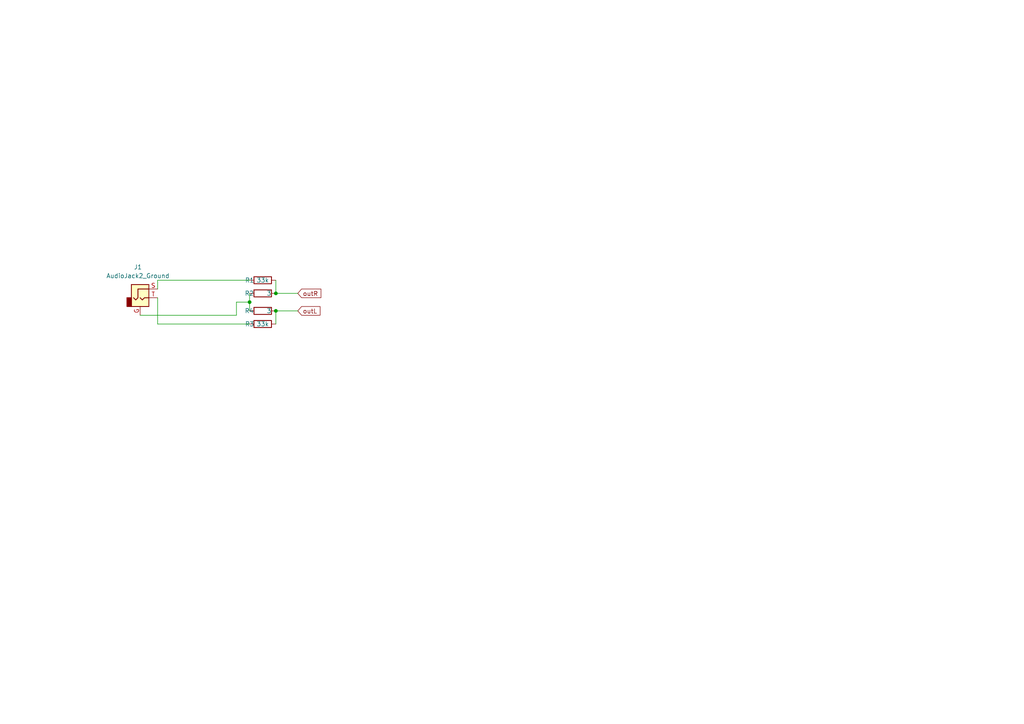
<source format=kicad_sch>
(kicad_sch (version 20230121) (generator eeschema)
  (paper "A4")
  (lib_symbols
    (symbol "Connector_Audio:AudioJack2_Ground"
      (property "Reference" "J" (at 0 8.89 0))
      (property "Value" "AudioJack2_Ground" (at 0 6.35 0))
      (symbol "AudioJack2_Ground_0_1"
        (rectangle (start -2.54 -2.54) (end -3.81 0) (stroke (width 0.254)) (fill (type outline)))
        (polyline (pts (xy 0 0) (xy 0.635 -0.635) (xy 1.27 0) (xy 2.54 0)) (stroke (width 0.254)))
        (polyline (pts (xy 2.54 2.54) (xy -0.635 2.54) (xy -0.635 0) (xy -1.27 -0.635) (xy -1.905 0)) (stroke (width 0.254)))
        (rectangle (start 2.54 3.81) (end -2.54 -2.54) (stroke (width 0.254)) (fill (type background)))
      )
      (symbol "AudioJack2_Ground_1_1"
        (pin passive line (at 0 -5.08 90) (length 2.54) (name "~") (number "G"))
        (pin passive line (at 5.08 2.54 180) (length 2.54) (name "~") (number "S"))
        (pin passive line (at 5.08 0 180) (length 2.54) (name "~") (number "T"))
      )
    )
    (symbol "Device:R" (pin_numbers hide) (pin_names (offset 0))
      (property "Reference" "R" (at 2.032 0 90))
      (property "Value" "R" (at 0 0 90))
      (symbol "R_0_1"
        (rectangle (start -1.016 -2.54) (end 1.016 2.54) (stroke (width 0.254)))
      )
      (symbol "R_1_1"
        (pin passive line (at 0 3.81 270) (length 1.27) (name "~") (number "1"))
        (pin passive line (at 0 -3.81 90) (length 1.27) (name "~") (number "2"))
      )
    )
  )
  (junction (at 80.01 85.09))
  (junction (at 80.01 90.17))
  (junction (at 72.39 87.63))
  (wire (pts (xy 72.39 87.63) (xy 72.39 90.17)))
  (wire (pts (xy 72.39 87.63) (xy 72.39 85.09)))
  (wire (pts (xy 45.72 81.28) (xy 45.72 83.82)))
  (wire (pts (xy 80.01 90.17) (xy 80.01 93.98)))
  (wire (pts (xy 40.64 91.44) (xy 68.58 91.44)))
  (wire (pts (xy 45.72 93.98) (xy 45.72 86.36)))
  (wire (pts (xy 80.01 81.28) (xy 80.01 85.09)))
  (wire (pts (xy 68.58 87.63) (xy 72.39 87.63)))
  (wire (pts (xy 80.01 85.09) (xy 86.36 85.09)))
  (wire (pts (xy 45.72 81.28) (xy 72.39 81.28)))
  (wire (pts (xy 80.01 90.17) (xy 86.36 90.17)))
  (wire (pts (xy 45.72 93.98) (xy 72.39 93.98)))
  (wire (pts (xy 68.58 91.44) (xy 68.58 87.63)))
  (global_label "outL" (shape input) (at 86.36 90.17 0) (property "Intersheetrefs" "${INTERSHEET_REFS}" (effects hide)))
  (global_label "outR" (shape input) (at 86.36 85.09 0) (property "Intersheetrefs" "${INTERSHEET_REFS}" (effects hide)))
  (symbol (lib_id "Connector_Audio:AudioJack2_Ground") (at 40.64 86.36 0) (unit 1)
    (property "Reference" "J1" (at 40.005 77.47 0))
    (property "Value" "AudioJack2_Ground" (at 40.005 80.01 0))
  )
  (symbol (lib_id "Device:R") (at 76.2 85.09 270) (unit 1)
    (property "Reference" "R2" (at 73.66 85.09 90) (effects (justify right)))
    (property "Value" "3" (at 78.74 85.09 90) (effects (justify right)))
    (property "Footprint" "Resistor_SMD:R_01005_0402Metric_Pad0.57x0.30mm_HandSolder" (effects hide))
  )
  (symbol (lib_id "Device:R") (at 76.2 93.98 90) (unit 1)
    (property "Reference" "R3" (at 72.39 93.98 90))
    (property "Value" "33k" (at 76.2 93.98 90))
    (property "Footprint" "Resistor_SMD:R_01005_0402Metric_Pad0.57x0.30mm_HandSolder" (effects hide))
  )
  (symbol (lib_id "Device:R") (at 76.2 81.28 90) (unit 1)
    (property "Reference" "R1" (at 72.39 81.28 90))
    (property "Value" "33k" (at 76.2 81.28 90))
    (property "Footprint" "Resistor_SMD:R_01005_0402Metric_Pad0.57x0.30mm_HandSolder" (effects hide))
  )
  (symbol (lib_id "Device:R") (at 76.2 90.17 270) (unit 1)
    (property "Reference" "R4" (at 73.66 90.17 90) (effects (justify right)))
    (property "Value" "3" (at 78.74 90.17 90) (effects (justify right)))
    (property "Footprint" "Resistor_SMD:R_01005_0402Metric_Pad0.57x0.30mm_HandSolder" (effects hide))
  )
)
</source>
